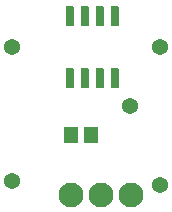
<source format=gbr>
G04*
G04 #@! TF.GenerationSoftware,Altium Limited,Altium Designer,24.1.2 (44)*
G04*
G04 Layer_Color=8388736*
%FSLAX25Y25*%
%MOIN*%
G70*
G04*
G04 #@! TF.SameCoordinates,C47F8A19-97F9-4067-9C4D-816D2AB984C8*
G04*
G04*
G04 #@! TF.FilePolarity,Negative*
G04*
G01*
G75*
G04:AMPARAMS|DCode=16|XSize=69.29mil|YSize=27.17mil|CornerRadius=4.87mil|HoleSize=0mil|Usage=FLASHONLY|Rotation=90.000|XOffset=0mil|YOffset=0mil|HoleType=Round|Shape=RoundedRectangle|*
%AMROUNDEDRECTD16*
21,1,0.06929,0.01742,0,0,90.0*
21,1,0.05955,0.02717,0,0,90.0*
1,1,0.00974,0.00871,0.02977*
1,1,0.00974,0.00871,-0.02977*
1,1,0.00974,-0.00871,-0.02977*
1,1,0.00974,-0.00871,0.02977*
%
%ADD16ROUNDEDRECTD16*%
%ADD17R,0.04921X0.05709*%
%ADD18C,0.08268*%
%ADD19C,0.05394*%
D16*
X29252Y69390D02*
D03*
X34252D02*
D03*
X39252D02*
D03*
X44252D02*
D03*
Y48720D02*
D03*
X39252D02*
D03*
X34252D02*
D03*
X29252D02*
D03*
D17*
X29370Y29528D02*
D03*
X36260D02*
D03*
D18*
X39370Y9843D02*
D03*
X29370D02*
D03*
X49370D02*
D03*
D19*
X9843Y14443D02*
D03*
X59055Y12997D02*
D03*
Y59055D02*
D03*
X9843D02*
D03*
X49213Y39370D02*
D03*
M02*

</source>
